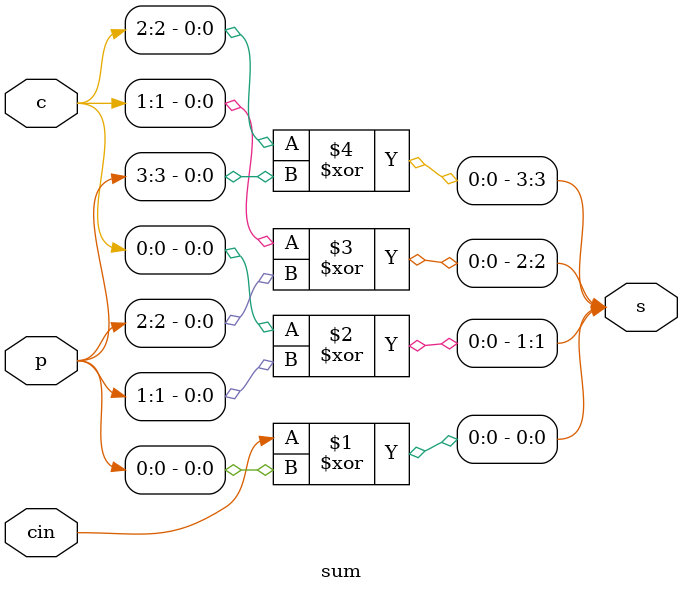
<source format=v>

module sum(cin, c, p, s);

    input cin;
    input [2:0] c;
    input [3:0] p;

    output [3:0] s;

    xor(s[0], cin,  p[0]);
    xor(s[1], c[0], p[1]);
    xor(s[2], c[1], p[2]);
    xor(s[3], c[2], p[3]);

endmodule

</source>
